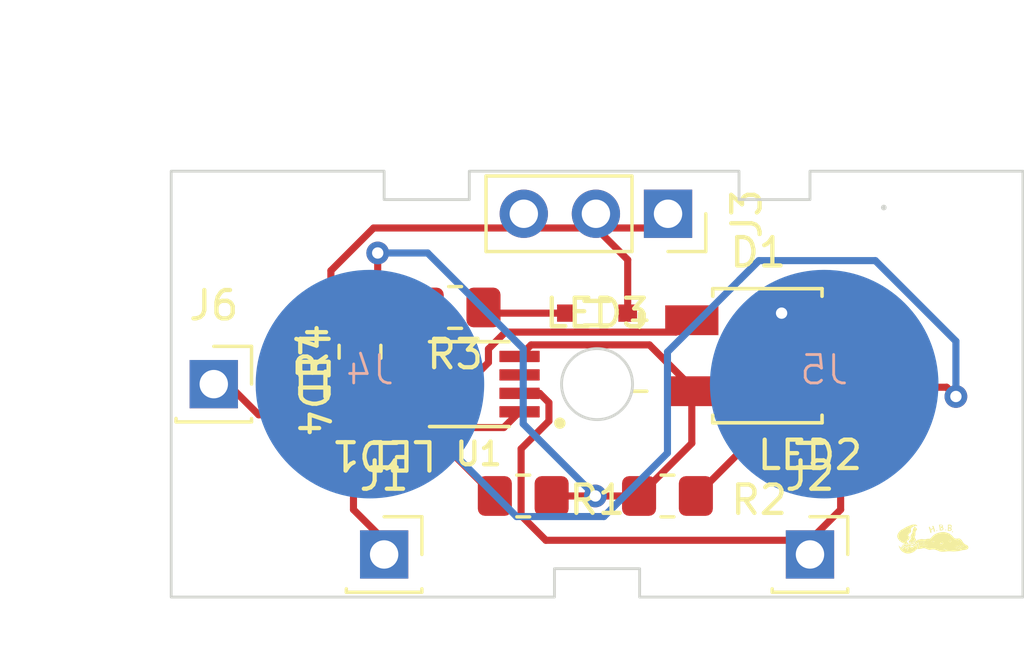
<source format=kicad_pcb>
(kicad_pcb (version 20221018) (generator pcbnew)
  (layers (0 "F.Cu" signal) (31 "B.Cu" signal) (34 "B.Paste" user) (35 "F.Paste" user) (36 "B.SilkS" user "B.Silkscreen") (37 "F.SilkS" user "F.Silkscreen") (38 "B.Mask" user) (39 "F.Mask" user) (44 "Edge.Cuts" user))
  (net 0 "")
  (net 1 "GND")
  (net 2 "VCC")
  (net 3 "Net-(LED1-Pad1)")
  (net 4 "Net-(LED2-Pad1)")
  (net 5 "Net-(LED3-Pad1)")
  (net 6 "Net-(J1-Pin_1)")
  (net 7 "Net-(J2-Pin_1)")
  (net 8 "Net-(J3-Pin_1)")
  (net 9 "Net-(J5-PWR)")
  (net 10 "Net-(J4-PWR)")
  (net 11 "Net-(J6-Pin_1)")
  (net 12 "Net-(LED4-Pad1)")
  (footprint "Resistor_SMD:R_0805_2012Metric_Pad1.20x1.40mm_HandSolder" (layer "F.Cu") (at 150 84.8 180)
    (fp_text reference "R3" (at 0 -1.65) (layer "F.SilkS"))
    (fp_text value "4k")
    (pad "1" smd roundrect (at -1 0 180) (size 1.2 1.4) (layers "F.Cu" "F.Paste" "F.Mask") (roundrect_rratio 0.208333) (net 5 "Net-(LED3-Pad1)"))
    (pad "2" smd roundrect (at 1 0 180) (size 1.2 1.4) (layers "F.Cu" "F.Paste" "F.Mask") (roundrect_rratio 0.208333) (net 1 "GND"))
  )
  (footprint "DigitalLogicFootprints:LED_LTST-S220GKT_LTO" (layer "F.Cu") (at 145 87.5 -90)
    (fp_text reference "LED4" (at 0 0 -90 unlocked) (layer "F.SilkS"))
    (fp_text value "LTST-S220GKT")
    (pad "1" smd rect locked (at -1.0795 0 270) (size 0.6604 0.6096) (layers "F.Cu" "F.Paste" "F.Mask") (net 12 "Net-(LED4-Pad1)"))
    (pad "2" smd rect locked (at 1.0795 0 270) (size 0.6604 0.6096) (layers "F.Cu" "F.Paste" "F.Mask") (net 11 "Net-(J6-Pin_1)"))
  )
  (footprint "DigitalLogicFootprints:LED_LTST-S220GKT_LTO" (layer "F.Cu") (at 147.5 90 180)
    (fp_text reference "LED1" (at 0 0 180 unlocked) (layer "F.SilkS"))
    (fp_text value "LTST-S220GKT")
    (pad "1" smd rect locked (at -1.0795 0 180) (size 0.6604 0.6096) (layers "F.Cu" "F.Paste" "F.Mask") (net 3 "Net-(LED1-Pad1)"))
    (pad "2" smd rect locked (at 1.0795 0 180) (size 0.6604 0.6096) (layers "F.Cu" "F.Paste" "F.Mask") (net 6 "Net-(J1-Pin_1)"))
  )
  (footprint "Resistor_SMD:R_0805_2012Metric_Pad1.20x1.40mm_HandSolder" (layer "F.Cu") (at 152.4 91.44)
    (fp_text reference "R1" (at 2.61 0.14) (layer "F.SilkS"))
    (fp_text value "4k")
    (pad "1" smd roundrect (at -1 0) (size 1.2 1.4) (layers "F.Cu" "F.Paste" "F.Mask") (roundrect_rratio 0.208333) (net 3 "Net-(LED1-Pad1)"))
    (pad "2" smd roundrect (at 1 0) (size 1.2 1.4) (layers "F.Cu" "F.Paste" "F.Mask") (roundrect_rratio 0.208333) (net 1 "GND"))
  )
  (footprint "Resistor_SMD:R_0805_2012Metric_Pad1.20x1.40mm_HandSolder" (layer "F.Cu") (at 157.48 91.44 180)
    (fp_text reference "R2" (at -3.23 -0.14) (layer "F.SilkS"))
    (fp_text value "4k")
    (pad "1" smd roundrect (at -1 0 180) (size 1.2 1.4) (layers "F.Cu" "F.Paste" "F.Mask") (roundrect_rratio 0.208333) (net 4 "Net-(LED2-Pad1)"))
    (pad "2" smd roundrect (at 1 0 180) (size 1.2 1.4) (layers "F.Cu" "F.Paste" "F.Mask") (roundrect_rratio 0.208333) (net 1 "GND"))
  )
  (footprint "DigitalLogicFootprints:LED_LTST-S220GKT_LTO" (layer "F.Cu") (at 162.5 90)
    (fp_text reference "LED2" (at 0 0 unlocked) (layer "F.SilkS"))
    (fp_text value "LTST-S220GKT")
    (pad "1" smd rect locked (at -1.0795 0) (size 0.6604 0.6096) (layers "F.Cu" "F.Paste" "F.Mask") (net 4 "Net-(LED2-Pad1)"))
    (pad "2" smd rect locked (at 1.0795 0) (size 0.6604 0.6096) (layers "F.Cu" "F.Paste" "F.Mask") (net 7 "Net-(J2-Pin_1)"))
  )
  (footprint "Connector_PinSocket_2.54mm:PinSocket_1x01_P2.54mm_Vertical" (layer "F.Cu") (at 147.5 93.5)
    (fp_text reference "J1" (at 0 -2.77) (layer "F.SilkS"))
    (fp_text value "Conn_01x01_Socket")
    (pad "1" thru_hole rect locked (at 0 0) (size 1.7 1.7) (drill 1) (layers "*.Cu" "*.Mask") (net 6 "Net-(J1-Pin_1)"))
  )
  (footprint "DigitalLogicFootprints:LED_LTST-S220GKT_LTO" (layer "F.Cu") (at 155 85)
    (fp_text reference "LED3" (at 0 0 unlocked) (layer "F.SilkS"))
    (fp_text value "LTST-S220GKT")
    (pad "1" smd rect locked (at -1.0795 0) (size 0.6604 0.6096) (layers "F.Cu" "F.Paste" "F.Mask") (net 5 "Net-(LED3-Pad1)"))
    (pad "2" smd rect locked (at 1.0795 0) (size 0.6604 0.6096) (layers "F.Cu" "F.Paste" "F.Mask") (net 8 "Net-(J3-Pin_1)"))
  )
  (footprint "Connector_PinSocket_2.54mm:PinSocket_1x01_P2.54mm_Vertical" (layer "F.Cu") (at 162.5 93.5)
    (fp_text reference "J2" (at 0 -2.77) (layer "F.SilkS"))
    (fp_text value "Conn_01x01_Socket")
    (pad "1" thru_hole rect locked (at 0 0) (size 1.7 1.7) (drill 1) (layers "*.Cu" "*.Mask") (net 7 "Net-(J2-Pin_1)"))
  )
  (footprint "Connector_PinSocket_2.54mm:PinSocket_1x03_P2.54mm_Vertical" (layer "F.Cu") (at 157.5 81.5 -90)
    (fp_text reference "J3" (at 0 -2.77 90) (layer "F.SilkS"))
    (fp_text value "Conn_01x03_Socket")
    (pad "1" thru_hole rect locked (at 0 0 270) (size 1.7 1.7) (drill 1) (layers "*.Cu" "*.Mask") (net 8 "Net-(J3-Pin_1)"))
    (pad "2" thru_hole oval locked (at 0 2.54 270) (size 1.7 1.7) (drill 1) (layers "*.Cu" "*.Mask") (net 8 "Net-(J3-Pin_1)"))
    (pad "3" thru_hole oval locked (at 0 5.08 270) (size 1.7 1.7) (drill 1) (layers "*.Cu" "*.Mask") (net 8 "Net-(J3-Pin_1)"))
  )
  (footprint "DigitalLogicFootprints:DIOB_MB10F-13" (layer "F.Cu") (at 161 86.5)
    (fp_text reference "D1" (at -0.325 -3.635) (layer "F.SilkS"))
    (fp_text value locked "MB10F-13")
    (pad "1" smd rect (at -2.6625 -1.25) (size 1.875 1.05) (layers "F.Cu" "F.Paste" "F.Mask") (net 2 "VCC"))
    (pad "2" smd rect (at 2.6625 -1.25 180) (size 1.875 1.05) (layers "F.Cu" "F.Paste" "F.Mask") (net 9 "Net-(J5-PWR)"))
    (pad "3" smd rect (at -2.6625 1.25) (size 1.875 1.05) (layers "F.Cu" "F.Paste" "F.Mask") (net 1 "GND"))
    (pad "4" smd rect (at 2.6625 1.25 180) (size 1.875 1.05) (layers "F.Cu" "F.Paste" "F.Mask") (net 10 "Net-(J4-PWR)"))
  )
  (footprint "Connector_PinSocket_2.54mm:PinSocket_1x01_P2.54mm_Vertical" (layer "F.Cu") (at 141.5 87.5)
    (fp_text reference "J6" (at 0 -2.77) (layer "F.SilkS"))
    (fp_text value "Conn_01x01_Socket")
    (pad "1" thru_hole rect locked (at 0 0) (size 1.7 1.7) (drill 1) (layers "*.Cu" "*.Mask") (net 11 "Net-(J6-Pin_1)"))
  )
  (footprint "DigitalLogicFootprints:HBBLogo" (layer "F.Cu") (at 167 93)
    (fp_text reference "G***" hide)
    (fp_text value "LOGO" hide)
  )
  (footprint "DigitalLogicFootprints:SOP65P400X130-8N" (layer "F.Cu") (at 150.5 87.5 180)
    (fp_text reference "U1" (at -0.33 -2.46) (layer "F.SilkS") (effects (font (size 0.8 0.8))))
    (fp_text value "SN74LVC2G157DCTR")
    (pad "1" smd roundrect (at -1.77 -0.975 180) (size 1.42 0.4) (layers "F.Cu" "F.Paste" "F.Mask") (roundrect_rratio 0.05) (net 6 "Net-(J1-Pin_1)"))
    (pad "2" smd roundrect (at -1.77 -0.325 180) (size 1.42 0.4) (layers "F.Cu" "F.Paste" "F.Mask") (roundrect_rratio 0.05) (net 7 "Net-(J2-Pin_1)"))
    (pad "3" smd roundrect (at -1.77 0.325 180) (size 1.42 0.4) (layers "F.Cu" "F.Paste" "F.Mask") (roundrect_rratio 0.05))
    (pad "4" smd roundrect (at -1.77 0.975 180) (size 1.42 0.4) (layers "F.Cu" "F.Paste" "F.Mask") (roundrect_rratio 0.05) (net 1 "GND"))
    (pad "5" smd roundrect (at 1.77 0.975 180) (size 1.42 0.4) (layers "F.Cu" "F.Paste" "F.Mask") (roundrect_rratio 0.05) (net 8 "Net-(J3-Pin_1)"))
    (pad "6" smd roundrect (at 1.77 0.325 180) (size 1.42 0.4) (layers "F.Cu" "F.Paste" "F.Mask") (roundrect_rratio 0.05) (net 11 "Net-(J6-Pin_1)"))
    (pad "7" smd roundrect (at 1.77 -0.325 180) (size 1.42 0.4) (layers "F.Cu" "F.Paste" "F.Mask") (roundrect_rratio 0.05) (net 1 "GND"))
    (pad "8" smd roundrect (at 1.77 -0.975 180) (size 1.42 0.4) (layers "F.Cu" "F.Paste" "F.Mask") (roundrect_rratio 0.05) (net 2 "VCC"))
  )
  (footprint "Resistor_SMD:R_0805_2012Metric_Pad1.20x1.40mm_HandSolder" (layer "F.Cu") (at 146.65 86.36 90)
    (fp_text reference "R4" (at 0 -1.65 90) (layer "F.SilkS"))
    (fp_text value "4k")
    (pad "1" smd roundrect (at -1 0 90) (size 1.2 1.4) (layers "F.Cu" "F.Paste" "F.Mask") (roundrect_rratio 0.208333) (net 12 "Net-(LED4-Pad1)"))
    (pad "2" smd roundrect (at 1 0 90) (size 1.2 1.4) (layers "F.Cu" "F.Paste" "F.Mask") (roundrect_rratio 0.208333) (net 1 "GND"))
  )
  (footprint "DigitalLogicFootprints:8mm-snap" (layer "B.Cu") (at 147 87.5 180)
    (fp_text reference "J4" (at 0 0.5 unlocked) (layer "B.SilkS") (effects (font (thickness 0.1)) (justify mirror)))
    (fp_text value "~")
    (pad "1" smd circle locked (at 0 0 180) (size 8.05 8.05) (layers "B.Cu" "B.Paste" "B.Mask") (net 10 "Net-(J4-PWR)"))
  )
  (footprint "DigitalLogicFootprints:8mm-snap" (layer "B.Cu") (at 163 87.5 180)
    (fp_text reference "J5" (at 0 0.5 unlocked) (layer "B.SilkS") (effects (font (thickness 0.1)) (justify mirror)))
    (fp_text value "~")
    (pad "1" smd circle locked (at 0 0 180) (size 8.05 8.05) (layers "B.Cu" "B.Paste" "B.Mask") (net 9 "Net-(J5-PWR)"))
  )
  (gr_circle (center 165.1 81.28) (end 165.1 81.28) (stroke (width 0.1)) (fill none) (layer "Edge.Cuts"))
  (gr_circle (center 155 87.5) (end 156.25 87.5) (stroke (width 0.1)) (fill none) (layer "Edge.Cuts"))
  (gr_poly (pts (xy 140 80) (xy 147.5 80) (xy 147.5 81) (xy 150.5 81) (xy 150.5 80) (xy 160 80) (xy 160 81) (xy 162.5 81) (xy 162.5 80) (xy 170 80) (xy 170 95) (xy 156.5 95) (xy 156.5 94) (xy 153.5 94) (xy 153.5 95) (xy 140 95)) (stroke (width 0.1)) (fill none) (layer "Edge.Cuts"))
  (segment (start 149 84.8) (end 147.21 84.8) (width 0.25) (layer "F.Cu") (net 1))
  (segment (start 147.21 84.8) (end 146.65 85.36) (width 0.25) (layer "F.Cu") (net 1))
  (segment (start 150.725 86.525) (end 149 84.8) (width 0.25) (layer "F.Cu") (net 1))
  (segment (start 156.48 91.44) (end 158.3375 89.5825) (width 0.25) (layer "F.Cu") (net 1))
  (segment (start 156.48 91.44) (end 154.94 91.44) (width 0.25) (layer "F.Cu") (net 1))
  (segment (start 154.94 91.44) (end 153.4 91.44) (width 0.25) (layer "F.Cu") (net 1))
  (segment (start 152.676659 86.118341) (end 156.845841 86.118341) (width 0.25) (layer "F.Cu") (net 1))
  (segment (start 150.725 86.537904) (end 150.725 86.525) (width 0.25) (layer "F.Cu") (net 1))
  (segment (start 146.65 85.36) (end 147.274072 84.735928) (width 0.25) (layer "F.Cu") (net 1))
  (segment (start 152.27 86.525) (end 152.676659 86.118341) (width 0.25) (layer "F.Cu") (net 1))
  (segment (start 156.845841 86.118341) (end 158.3375 87.61) (width 0.25) (layer "F.Cu") (net 1))
  (segment (start 148.73 87.825) (end 149.437904 87.825) (width 0.25) (layer "F.Cu") (net 1))
  (segment (start 149.437904 87.825) (end 150.725 86.537904) (width 0.25) (layer "F.Cu") (net 1))
  (segment (start 147.274072 84.735928) (end 147.274072 82.88102) (width 0.25) (layer "F.Cu") (net 1))
  (segment (start 158.3375 89.5825) (end 158.3375 87.61) (width 0.25) (layer "F.Cu") (net 1))
  (via (at 154.94 91.44) (size 0.8) (drill 0.4) (layers "F.Cu" "B.Cu") (net 1))
  (via (at 147.274072 82.88102) (size 0.8) (drill 0.4) (layers "F.Cu" "B.Cu") (net 1))
  (segment (start 147.274072 82.88102) (end 149.032849 82.88102) (width 0.25) (layer "B.Cu") (net 1))
  (segment (start 152.4 88.9) (end 154.94 91.44) (width 0.25) (layer "B.Cu") (net 1))
  (segment (start 149.032849 82.88102) (end 152.4 86.248171) (width 0.25) (layer "B.Cu") (net 1))
  (segment (start 152.4 86.248171) (end 152.4 88.9) (width 0.25) (layer "B.Cu") (net 1))
  (segment (start 151.175 86.737904) (end 151.175 86.262096) (width 0.25) (layer "F.Cu") (net 2))
  (segment (start 151.768755 85.668341) (end 157.779159 85.668341) (width 0.25) (layer "F.Cu") (net 2))
  (segment (start 151.175 86.262096) (end 151.768755 85.668341) (width 0.25) (layer "F.Cu") (net 2))
  (segment (start 149.437904 88.475) (end 151.175 86.737904) (width 0.25) (layer "F.Cu") (net 2))
  (segment (start 148.73 88.475) (end 149.437904 88.475) (width 0.25) (layer "F.Cu") (net 2))
  (segment (start 157.779159 85.668341) (end 158.3375 85.11) (width 0.25) (layer "F.Cu") (net 2))
  (segment (start 149.96 90) (end 151.4 91.44) (width 0.25) (layer "F.Cu") (net 3))
  (segment (start 148.5795 90) (end 149.96 90) (width 0.25) (layer "F.Cu") (net 3))
  (segment (start 159.92 90) (end 158.48 91.44) (width 0.25) (layer "F.Cu") (net 4))
  (segment (start 161.4205 90) (end 159.92 90) (width 0.25) (layer "F.Cu") (net 4))
  (segment (start 151.2 85) (end 151 84.8) (width 0.25) (layer "F.Cu") (net 5))
  (segment (start 153.9205 85) (end 151.2 85) (width 0.25) (layer "F.Cu") (net 5))
  (segment (start 146.4205 90) (end 146.4205 89.4452) (width 0.25) (layer "F.Cu") (net 6))
  (segment (start 146.4205 89.4452) (end 146.8362 89.0295) (width 0.25) (layer "F.Cu") (net 6))
  (segment (start 151.7155 89.0295) (end 152.27 88.475) (width 0.25) (layer "F.Cu") (net 6))
  (segment (start 146.4205 91.9205) (end 146.4205 90) (width 0.25) (layer "F.Cu") (net 6))
  (segment (start 147.5 93) (end 146.4205 91.9205) (width 0.25) (layer "F.Cu") (net 6))
  (segment (start 146.8362 89.0295) (end 151.7155 89.0295) (width 0.25) (layer "F.Cu") (net 6))
  (segment (start 152.325 89.777904) (end 153.305 88.797904) (width 0.25) (layer "F.Cu") (net 7))
  (segment (start 163.5795 91.9205) (end 163.5795 90) (width 0.25) (layer "F.Cu") (net 7))
  (segment (start 152.325 92.128173) (end 153.196827 93) (width 0.25) (layer "F.Cu") (net 7))
  (segment (start 162.5 93) (end 163.5795 91.9205) (width 0.25) (layer "F.Cu") (net 7))
  (segment (start 152.977904 87.825) (end 152.27 87.825) (width 0.25) (layer "F.Cu") (net 7))
  (segment (start 152.325 92.128173) (end 152.325 89.777904) (width 0.25) (layer "F.Cu") (net 7))
  (segment (start 153.305 88.797904) (end 153.305 88.152096) (width 0.25) (layer "F.Cu") (net 7))
  (segment (start 153.196827 93) (end 162.5 93) (width 0.25) (layer "F.Cu") (net 7))
  (segment (start 153.305 88.152096) (end 152.977904 87.825) (width 0.25) (layer "F.Cu") (net 7))
  (segment (start 154.96 82) (end 156.0795 83.1195) (width 0.25) (layer "F.Cu") (net 8))
  (segment (start 145.625 85.948173) (end 145.961827 86.285) (width 0.25) (layer "F.Cu") (net 8))
  (segment (start 157.5 82) (end 154.96 82) (width 0.25) (layer "F.Cu") (net 8))
  (segment (start 147.129787 82) (end 145.625 83.504787) (width 0.25) (layer "F.Cu") (net 8))
  (segment (start 145.961827 86.285) (end 148.49 86.285) (width 0.25) (layer "F.Cu") (net 8))
  (segment (start 152.42 82) (end 147.129787 82) (width 0.25) (layer "F.Cu") (net 8))
  (segment (start 145.625 83.504787) (end 145.625 85.948173) (width 0.25) (layer "F.Cu") (net 8))
  (segment (start 152.42 82) (end 154.96 82) (width 0.25) (layer "F.Cu") (net 8))
  (segment (start 156.0795 83.1195) (end 156.0795 85) (width 0.25) (layer "F.Cu") (net 8))
  (segment (start 148.49 86.285) (end 148.73 86.525) (width 0.25) (layer "F.Cu") (net 8))
  (segment (start 163.5525 85) (end 163.6625 85.11) (width 0.25) (layer "F.Cu") (net 9))
  (segment (start 161.5 85) (end 163.5525 85) (width 0.25) (layer "F.Cu") (net 9))
  (via (at 161.5 85) (size 0.8) (drill 0.4) (layers "F.Cu" "B.Cu") (net 9))
  (segment (start 161.5 86.5) (end 162.5 87.5) (width 0.25) (layer "B.Cu") (net 9))
  (segment (start 161.5 85) (end 161.5 86.5) (width 0.25) (layer "B.Cu") (net 9))
  (segment (start 167.64 87.935641) (end 167.314359 87.61) (width 0.25) (layer "F.Cu") (net 10))
  (segment (start 167.314359 87.61) (end 163.6625 87.61) (width 0.25) (layer "F.Cu") (net 10))
  (via (at 167.64 87.935641) (size 0.8) (drill 0.4) (layers "F.Cu" "B.Cu") (net 10))
  (segment (start 147.5 87.5) (end 152.165 92.165) (width 0.25) (layer "B.Cu") (net 10))
  (segment (start 160.698172 83.15) (end 160.024086 83.824086) (width 0.25) (layer "B.Cu") (net 10))
  (segment (start 164.801829 83.15) (end 160.698172 83.15) (width 0.25) (layer "B.Cu") (net 10))
  (segment (start 157.48 89.925305) (end 157.48 86.368171) (width 0.25) (layer "B.Cu") (net 10))
  (segment (start 160.024086 83.824086) (end 160.698171 83.15) (width 0.25) (layer "B.Cu") (net 10))
  (segment (start 152.165 92.165) (end 155.240305 92.165) (width 0.25) (layer "B.Cu") (net 10))
  (segment (start 167.64 85.988171) (end 164.801829 83.15) (width 0.25) (layer "B.Cu") (net 10))
  (segment (start 157.48 86.368171) (end 160.024086 83.824086) (width 0.25) (layer "B.Cu") (net 10))
  (segment (start 167.64 87.935641) (end 167.64 85.988171) (width 0.25) (layer "B.Cu") (net 10))
  (segment (start 155.240305 92.165) (end 157.48 89.925305) (width 0.25) (layer "B.Cu") (net 10))
  (segment (start 148.022096 87.175) (end 148.73 87.175) (width 0.25) (layer "F.Cu") (net 11))
  (segment (start 143.0795 88.5795) (end 145 88.5795) (width 0.25) (layer "F.Cu") (net 11))
  (segment (start 147.695 88.21) (end 147.695 87.502096) (width 0.25) (layer "F.Cu") (net 11))
  (segment (start 147.695 87.502096) (end 148.022096 87.175) (width 0.25) (layer "F.Cu") (net 11))
  (segment (start 145 88.5795) (end 147.3255 88.5795) (width 0.25) (layer "F.Cu") (net 11))
  (segment (start 142 87.5) (end 143.0795 88.5795) (width 0.25) (layer "F.Cu") (net 11))
  (segment (start 147.3255 88.5795) (end 147.695 88.21) (width 0.25) (layer "F.Cu") (net 11))
  (segment (start 146.400431 87.36) (end 146.65 87.36) (width 0.25) (layer "F.Cu") (net 12))
  (segment (start 145.460931 86.4205) (end 146.400431 87.36) (width 0.25) (layer "F.Cu") (net 12))
  (segment (start 145 86.4205) (end 145.460931 86.4205) (width 0.25) (layer "F.Cu") (net 12))
)
</source>
